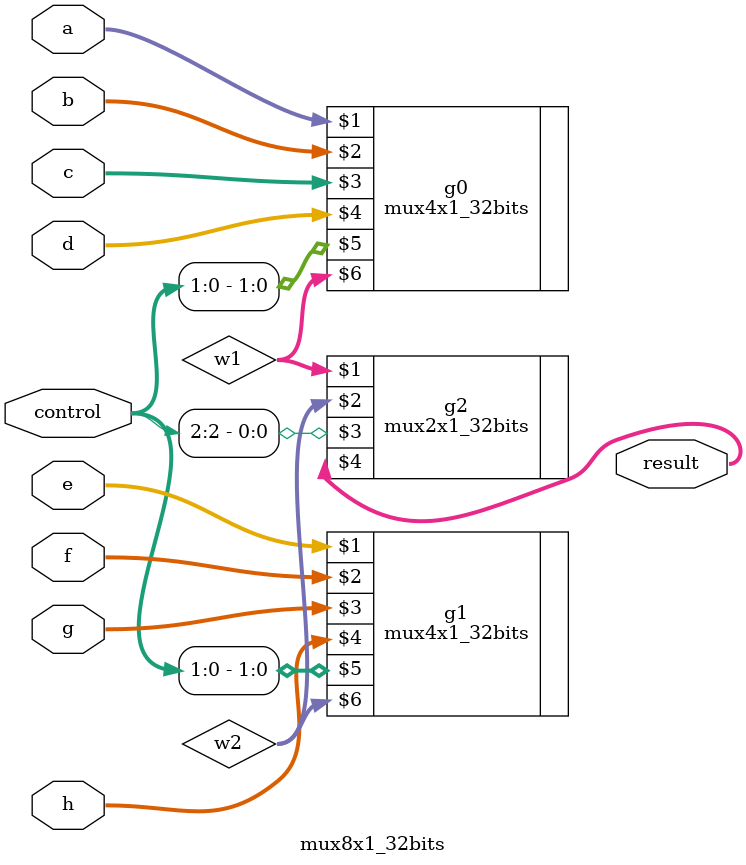
<source format=v>
module mux8x1_32bits (input [31:0] a, input [31:0] b, input [31:0] c, 
							 input [31:0] d, input [31:0] e, input [31:0] f, 
							 input [31:0] g, input [31:0] h, input [2:0] control /* 3 control digit*/, output [31:0] result);
	wire [31:0] w1;
	wire [31:0] w2;

	mux4x1_32bits g0 (a, b, c, d, control[1:0], w1);
	mux4x1_32bits g1 (e, f, g, h, control[1:0], w2);

	mux2x1_32bits g2 (w1, w2, control[2], result);						 
							 
endmodule

	
</source>
